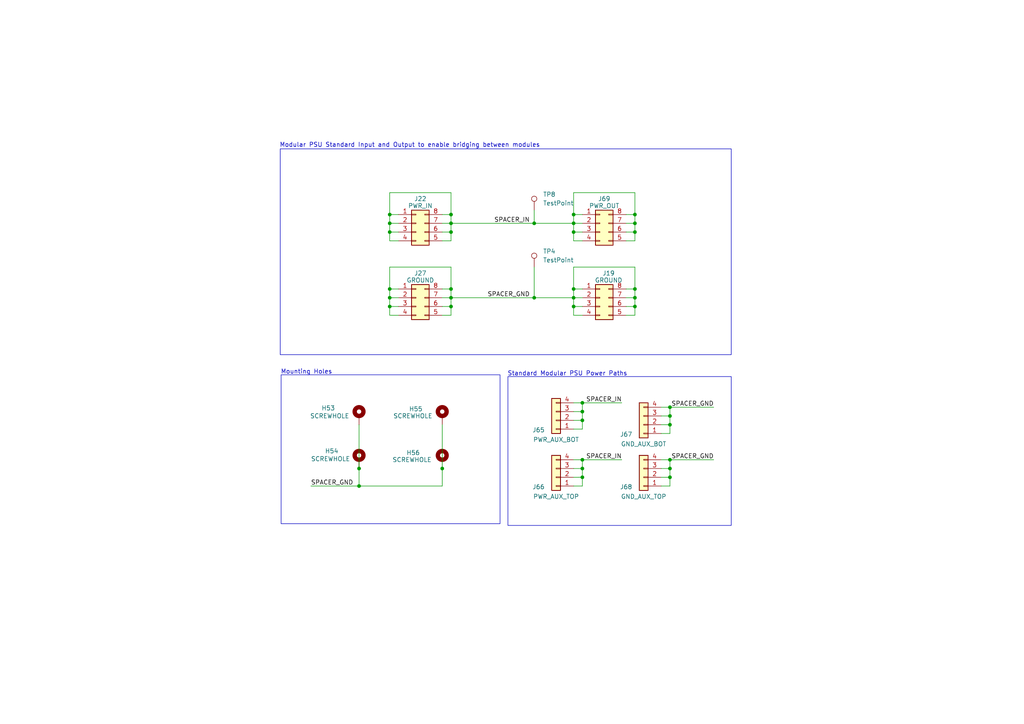
<source format=kicad_sch>
(kicad_sch
	(version 20250114)
	(generator "eeschema")
	(generator_version "9.0")
	(uuid "04d10786-abb1-42d3-84eb-776b91e15960")
	(paper "A4")
	(title_block
		(title "Modular PSU")
		(company "DanWave Design")
		(comment 1 "Design By: Daniel Manla")
		(comment 2 "Open Hardware")
	)
	(lib_symbols
		(symbol "Connector:TestPoint"
			(pin_numbers
				(hide yes)
			)
			(pin_names
				(offset 0.762)
				(hide yes)
			)
			(exclude_from_sim no)
			(in_bom yes)
			(on_board yes)
			(property "Reference" "TP"
				(at 0 6.858 0)
				(effects
					(font
						(size 1.27 1.27)
					)
				)
			)
			(property "Value" "TestPoint"
				(at 0 5.08 0)
				(effects
					(font
						(size 1.27 1.27)
					)
				)
			)
			(property "Footprint" ""
				(at 5.08 0 0)
				(effects
					(font
						(size 1.27 1.27)
					)
					(hide yes)
				)
			)
			(property "Datasheet" "~"
				(at 5.08 0 0)
				(effects
					(font
						(size 1.27 1.27)
					)
					(hide yes)
				)
			)
			(property "Description" "test point"
				(at 0 0 0)
				(effects
					(font
						(size 1.27 1.27)
					)
					(hide yes)
				)
			)
			(property "ki_keywords" "test point tp"
				(at 0 0 0)
				(effects
					(font
						(size 1.27 1.27)
					)
					(hide yes)
				)
			)
			(property "ki_fp_filters" "Pin* Test*"
				(at 0 0 0)
				(effects
					(font
						(size 1.27 1.27)
					)
					(hide yes)
				)
			)
			(symbol "TestPoint_0_1"
				(circle
					(center 0 3.302)
					(radius 0.762)
					(stroke
						(width 0)
						(type default)
					)
					(fill
						(type none)
					)
				)
			)
			(symbol "TestPoint_1_1"
				(pin passive line
					(at 0 0 90)
					(length 2.54)
					(name "1"
						(effects
							(font
								(size 1.27 1.27)
							)
						)
					)
					(number "1"
						(effects
							(font
								(size 1.27 1.27)
							)
						)
					)
				)
			)
			(embedded_fonts no)
		)
		(symbol "Connector_Generic:Conn_01x04"
			(pin_names
				(offset 1.016)
				(hide yes)
			)
			(exclude_from_sim no)
			(in_bom yes)
			(on_board yes)
			(property "Reference" "J"
				(at 0 5.08 0)
				(effects
					(font
						(size 1.27 1.27)
					)
				)
			)
			(property "Value" "Conn_01x04"
				(at 0 -7.62 0)
				(effects
					(font
						(size 1.27 1.27)
					)
				)
			)
			(property "Footprint" ""
				(at 0 0 0)
				(effects
					(font
						(size 1.27 1.27)
					)
					(hide yes)
				)
			)
			(property "Datasheet" "~"
				(at 0 0 0)
				(effects
					(font
						(size 1.27 1.27)
					)
					(hide yes)
				)
			)
			(property "Description" "Generic connector, single row, 01x04, script generated (kicad-library-utils/schlib/autogen/connector/)"
				(at 0 0 0)
				(effects
					(font
						(size 1.27 1.27)
					)
					(hide yes)
				)
			)
			(property "ki_keywords" "connector"
				(at 0 0 0)
				(effects
					(font
						(size 1.27 1.27)
					)
					(hide yes)
				)
			)
			(property "ki_fp_filters" "Connector*:*_1x??_*"
				(at 0 0 0)
				(effects
					(font
						(size 1.27 1.27)
					)
					(hide yes)
				)
			)
			(symbol "Conn_01x04_1_1"
				(rectangle
					(start -1.27 3.81)
					(end 1.27 -6.35)
					(stroke
						(width 0.254)
						(type default)
					)
					(fill
						(type background)
					)
				)
				(rectangle
					(start -1.27 2.667)
					(end 0 2.413)
					(stroke
						(width 0.1524)
						(type default)
					)
					(fill
						(type none)
					)
				)
				(rectangle
					(start -1.27 0.127)
					(end 0 -0.127)
					(stroke
						(width 0.1524)
						(type default)
					)
					(fill
						(type none)
					)
				)
				(rectangle
					(start -1.27 -2.413)
					(end 0 -2.667)
					(stroke
						(width 0.1524)
						(type default)
					)
					(fill
						(type none)
					)
				)
				(rectangle
					(start -1.27 -4.953)
					(end 0 -5.207)
					(stroke
						(width 0.1524)
						(type default)
					)
					(fill
						(type none)
					)
				)
				(pin passive line
					(at -5.08 2.54 0)
					(length 3.81)
					(name "Pin_1"
						(effects
							(font
								(size 1.27 1.27)
							)
						)
					)
					(number "1"
						(effects
							(font
								(size 1.27 1.27)
							)
						)
					)
				)
				(pin passive line
					(at -5.08 0 0)
					(length 3.81)
					(name "Pin_2"
						(effects
							(font
								(size 1.27 1.27)
							)
						)
					)
					(number "2"
						(effects
							(font
								(size 1.27 1.27)
							)
						)
					)
				)
				(pin passive line
					(at -5.08 -2.54 0)
					(length 3.81)
					(name "Pin_3"
						(effects
							(font
								(size 1.27 1.27)
							)
						)
					)
					(number "3"
						(effects
							(font
								(size 1.27 1.27)
							)
						)
					)
				)
				(pin passive line
					(at -5.08 -5.08 0)
					(length 3.81)
					(name "Pin_4"
						(effects
							(font
								(size 1.27 1.27)
							)
						)
					)
					(number "4"
						(effects
							(font
								(size 1.27 1.27)
							)
						)
					)
				)
			)
			(embedded_fonts no)
		)
		(symbol "Connector_Generic:Conn_02x04_Counter_Clockwise"
			(pin_names
				(offset 1.016)
				(hide yes)
			)
			(exclude_from_sim no)
			(in_bom yes)
			(on_board yes)
			(property "Reference" "J"
				(at 1.27 5.08 0)
				(effects
					(font
						(size 1.27 1.27)
					)
				)
			)
			(property "Value" "Conn_02x04_Counter_Clockwise"
				(at 1.27 -7.62 0)
				(effects
					(font
						(size 1.27 1.27)
					)
				)
			)
			(property "Footprint" ""
				(at 0 0 0)
				(effects
					(font
						(size 1.27 1.27)
					)
					(hide yes)
				)
			)
			(property "Datasheet" "~"
				(at 0 0 0)
				(effects
					(font
						(size 1.27 1.27)
					)
					(hide yes)
				)
			)
			(property "Description" "Generic connector, double row, 02x04, counter clockwise pin numbering scheme (similar to DIP package numbering), script generated (kicad-library-utils/schlib/autogen/connector/)"
				(at 0 0 0)
				(effects
					(font
						(size 1.27 1.27)
					)
					(hide yes)
				)
			)
			(property "ki_keywords" "connector"
				(at 0 0 0)
				(effects
					(font
						(size 1.27 1.27)
					)
					(hide yes)
				)
			)
			(property "ki_fp_filters" "Connector*:*_2x??_*"
				(at 0 0 0)
				(effects
					(font
						(size 1.27 1.27)
					)
					(hide yes)
				)
			)
			(symbol "Conn_02x04_Counter_Clockwise_1_1"
				(rectangle
					(start -1.27 3.81)
					(end 3.81 -6.35)
					(stroke
						(width 0.254)
						(type default)
					)
					(fill
						(type background)
					)
				)
				(rectangle
					(start -1.27 2.667)
					(end 0 2.413)
					(stroke
						(width 0.1524)
						(type default)
					)
					(fill
						(type none)
					)
				)
				(rectangle
					(start -1.27 0.127)
					(end 0 -0.127)
					(stroke
						(width 0.1524)
						(type default)
					)
					(fill
						(type none)
					)
				)
				(rectangle
					(start -1.27 -2.413)
					(end 0 -2.667)
					(stroke
						(width 0.1524)
						(type default)
					)
					(fill
						(type none)
					)
				)
				(rectangle
					(start -1.27 -4.953)
					(end 0 -5.207)
					(stroke
						(width 0.1524)
						(type default)
					)
					(fill
						(type none)
					)
				)
				(rectangle
					(start 3.81 2.667)
					(end 2.54 2.413)
					(stroke
						(width 0.1524)
						(type default)
					)
					(fill
						(type none)
					)
				)
				(rectangle
					(start 3.81 0.127)
					(end 2.54 -0.127)
					(stroke
						(width 0.1524)
						(type default)
					)
					(fill
						(type none)
					)
				)
				(rectangle
					(start 3.81 -2.413)
					(end 2.54 -2.667)
					(stroke
						(width 0.1524)
						(type default)
					)
					(fill
						(type none)
					)
				)
				(rectangle
					(start 3.81 -4.953)
					(end 2.54 -5.207)
					(stroke
						(width 0.1524)
						(type default)
					)
					(fill
						(type none)
					)
				)
				(pin passive line
					(at -5.08 2.54 0)
					(length 3.81)
					(name "Pin_1"
						(effects
							(font
								(size 1.27 1.27)
							)
						)
					)
					(number "1"
						(effects
							(font
								(size 1.27 1.27)
							)
						)
					)
				)
				(pin passive line
					(at -5.08 0 0)
					(length 3.81)
					(name "Pin_2"
						(effects
							(font
								(size 1.27 1.27)
							)
						)
					)
					(number "2"
						(effects
							(font
								(size 1.27 1.27)
							)
						)
					)
				)
				(pin passive line
					(at -5.08 -2.54 0)
					(length 3.81)
					(name "Pin_3"
						(effects
							(font
								(size 1.27 1.27)
							)
						)
					)
					(number "3"
						(effects
							(font
								(size 1.27 1.27)
							)
						)
					)
				)
				(pin passive line
					(at -5.08 -5.08 0)
					(length 3.81)
					(name "Pin_4"
						(effects
							(font
								(size 1.27 1.27)
							)
						)
					)
					(number "4"
						(effects
							(font
								(size 1.27 1.27)
							)
						)
					)
				)
				(pin passive line
					(at 7.62 2.54 180)
					(length 3.81)
					(name "Pin_8"
						(effects
							(font
								(size 1.27 1.27)
							)
						)
					)
					(number "8"
						(effects
							(font
								(size 1.27 1.27)
							)
						)
					)
				)
				(pin passive line
					(at 7.62 0 180)
					(length 3.81)
					(name "Pin_7"
						(effects
							(font
								(size 1.27 1.27)
							)
						)
					)
					(number "7"
						(effects
							(font
								(size 1.27 1.27)
							)
						)
					)
				)
				(pin passive line
					(at 7.62 -2.54 180)
					(length 3.81)
					(name "Pin_6"
						(effects
							(font
								(size 1.27 1.27)
							)
						)
					)
					(number "6"
						(effects
							(font
								(size 1.27 1.27)
							)
						)
					)
				)
				(pin passive line
					(at 7.62 -5.08 180)
					(length 3.81)
					(name "Pin_5"
						(effects
							(font
								(size 1.27 1.27)
							)
						)
					)
					(number "5"
						(effects
							(font
								(size 1.27 1.27)
							)
						)
					)
				)
			)
			(embedded_fonts no)
		)
		(symbol "Mechanical:MountingHole_Pad"
			(pin_numbers
				(hide yes)
			)
			(pin_names
				(offset 1.016)
				(hide yes)
			)
			(exclude_from_sim yes)
			(in_bom no)
			(on_board yes)
			(property "Reference" "H"
				(at 0 6.35 0)
				(effects
					(font
						(size 1.27 1.27)
					)
				)
			)
			(property "Value" "MountingHole_Pad"
				(at 0 4.445 0)
				(effects
					(font
						(size 1.27 1.27)
					)
				)
			)
			(property "Footprint" ""
				(at 0 0 0)
				(effects
					(font
						(size 1.27 1.27)
					)
					(hide yes)
				)
			)
			(property "Datasheet" "~"
				(at 0 0 0)
				(effects
					(font
						(size 1.27 1.27)
					)
					(hide yes)
				)
			)
			(property "Description" "Mounting Hole with connection"
				(at 0 0 0)
				(effects
					(font
						(size 1.27 1.27)
					)
					(hide yes)
				)
			)
			(property "ki_keywords" "mounting hole"
				(at 0 0 0)
				(effects
					(font
						(size 1.27 1.27)
					)
					(hide yes)
				)
			)
			(property "ki_fp_filters" "MountingHole*Pad*"
				(at 0 0 0)
				(effects
					(font
						(size 1.27 1.27)
					)
					(hide yes)
				)
			)
			(symbol "MountingHole_Pad_0_1"
				(circle
					(center 0 1.27)
					(radius 1.27)
					(stroke
						(width 1.27)
						(type default)
					)
					(fill
						(type none)
					)
				)
			)
			(symbol "MountingHole_Pad_1_1"
				(pin input line
					(at 0 -2.54 90)
					(length 2.54)
					(name "1"
						(effects
							(font
								(size 1.27 1.27)
							)
						)
					)
					(number "1"
						(effects
							(font
								(size 1.27 1.27)
							)
						)
					)
				)
			)
			(embedded_fonts no)
		)
	)
	(rectangle
		(start 147.32 109.22)
		(end 212.09 152.4)
		(stroke
			(width 0)
			(type default)
		)
		(fill
			(type none)
		)
		(uuid 42a94169-9085-41f1-a2c6-e0b8f44741ee)
	)
	(rectangle
		(start 81.534 108.712)
		(end 145.034 151.892)
		(stroke
			(width 0)
			(type default)
		)
		(fill
			(type none)
		)
		(uuid 7d08b6c5-f274-45b8-9eba-602a30efac8e)
	)
	(rectangle
		(start 81.28 43.18)
		(end 212.09 102.87)
		(stroke
			(width 0)
			(type default)
		)
		(fill
			(type none)
		)
		(uuid b358a899-da0a-4b06-a168-cb92a086a003)
	)
	(text "Mounting Holes"
		(exclude_from_sim no)
		(at 88.9 107.95 0)
		(effects
			(font
				(size 1.27 1.27)
			)
		)
		(uuid "4abf35dd-c48a-452d-a08b-3dc23f89202f")
	)
	(text "Modular PSU Standard Input and Output to enable bridging between modules"
		(exclude_from_sim no)
		(at 118.872 42.164 0)
		(effects
			(font
				(size 1.27 1.27)
			)
		)
		(uuid "c0bc8d6f-25f4-44c3-9f63-2d5d40b68383")
	)
	(text "Standard Modular PSU Power Paths"
		(exclude_from_sim no)
		(at 164.592 108.458 0)
		(effects
			(font
				(size 1.27 1.27)
			)
		)
		(uuid "ea230bab-15a2-47c7-a110-670bbe877520")
	)
	(junction
		(at 130.81 62.23)
		(diameter 0)
		(color 0 0 0 0)
		(uuid "001ff4bb-d5be-42bf-b0c7-aed8f5edcd79")
	)
	(junction
		(at 184.15 88.9)
		(diameter 0)
		(color 0 0 0 0)
		(uuid "07d58046-b3b5-410e-b027-57eee0ccc4a0")
	)
	(junction
		(at 184.15 67.31)
		(diameter 0)
		(color 0 0 0 0)
		(uuid "0e4aee50-3885-4cb9-b296-56a0451eb91a")
	)
	(junction
		(at 166.37 64.77)
		(diameter 0)
		(color 0 0 0 0)
		(uuid "11d46b1f-4f1e-4986-818d-56642fb4cc6a")
	)
	(junction
		(at 194.31 123.19)
		(diameter 0)
		(color 0 0 0 0)
		(uuid "15eb2918-6c6e-44eb-86f7-7727148ab89e")
	)
	(junction
		(at 113.03 86.36)
		(diameter 0)
		(color 0 0 0 0)
		(uuid "17eb6cf3-e427-4594-bfcd-03fa63b48607")
	)
	(junction
		(at 166.37 88.9)
		(diameter 0)
		(color 0 0 0 0)
		(uuid "183f46f0-102c-43fe-bd95-f793d7b1d6bb")
	)
	(junction
		(at 168.91 119.38)
		(diameter 0)
		(color 0 0 0 0)
		(uuid "1cd236f7-01f5-40ea-b36a-10feda9164e4")
	)
	(junction
		(at 104.14 140.97)
		(diameter 0)
		(color 0 0 0 0)
		(uuid "24e3399c-db77-4747-bab9-6ca8b432e02d")
	)
	(junction
		(at 168.91 116.84)
		(diameter 0)
		(color 0 0 0 0)
		(uuid "2a8b25d8-c4fc-4a10-8646-665469abeb0b")
	)
	(junction
		(at 194.31 133.35)
		(diameter 0)
		(color 0 0 0 0)
		(uuid "30489482-84d2-44dd-9570-d5542244b182")
	)
	(junction
		(at 184.15 86.36)
		(diameter 0)
		(color 0 0 0 0)
		(uuid "329c12a4-5e70-4d49-bda2-2c7a3106a523")
	)
	(junction
		(at 184.15 62.23)
		(diameter 0)
		(color 0 0 0 0)
		(uuid "33687e8f-e900-4663-8f90-aae36a37a5f8")
	)
	(junction
		(at 130.81 83.82)
		(diameter 0)
		(color 0 0 0 0)
		(uuid "39185d55-af75-4738-8495-2ff78d0c60f4")
	)
	(junction
		(at 168.91 138.43)
		(diameter 0)
		(color 0 0 0 0)
		(uuid "3e7c1bfe-b2f3-4be3-96c6-d12dc15ab5ec")
	)
	(junction
		(at 113.03 64.77)
		(diameter 0)
		(color 0 0 0 0)
		(uuid "46602ca1-480e-4b1a-adac-8f4a44e806ff")
	)
	(junction
		(at 128.27 135.89)
		(diameter 0)
		(color 0 0 0 0)
		(uuid "4a295f04-d87b-48e7-aca4-1053fb25e512")
	)
	(junction
		(at 168.91 133.35)
		(diameter 0)
		(color 0 0 0 0)
		(uuid "56f38e65-9348-4648-b18d-ef26e8b47b28")
	)
	(junction
		(at 113.03 67.31)
		(diameter 0)
		(color 0 0 0 0)
		(uuid "68cbc92c-387c-48ab-9de3-13e185a006ee")
	)
	(junction
		(at 154.94 64.77)
		(diameter 0)
		(color 0 0 0 0)
		(uuid "6e467e3a-11af-466d-9371-1157d3db2f8a")
	)
	(junction
		(at 113.03 83.82)
		(diameter 0)
		(color 0 0 0 0)
		(uuid "7273e0b9-35e2-4353-939a-5ce11c367cd9")
	)
	(junction
		(at 166.37 83.82)
		(diameter 0)
		(color 0 0 0 0)
		(uuid "7ef0cab7-3f77-4d8c-b2be-b7bd2551574e")
	)
	(junction
		(at 168.91 135.89)
		(diameter 0)
		(color 0 0 0 0)
		(uuid "81fd315f-c414-460b-a051-68e9b55d192a")
	)
	(junction
		(at 113.03 62.23)
		(diameter 0)
		(color 0 0 0 0)
		(uuid "8ab97e75-bf50-4a2e-a918-fb936a07382e")
	)
	(junction
		(at 194.31 135.89)
		(diameter 0)
		(color 0 0 0 0)
		(uuid "9934380c-3c22-4df2-9cc9-2472ad54fb88")
	)
	(junction
		(at 113.03 88.9)
		(diameter 0)
		(color 0 0 0 0)
		(uuid "9cd72fe5-e243-498f-a375-539ac1362262")
	)
	(junction
		(at 184.15 64.77)
		(diameter 0)
		(color 0 0 0 0)
		(uuid "9d8bbd21-0941-4445-bd84-d87af5302750")
	)
	(junction
		(at 194.31 138.43)
		(diameter 0)
		(color 0 0 0 0)
		(uuid "9fe9de49-1513-46c4-b936-60cb4289fe05")
	)
	(junction
		(at 154.94 86.36)
		(diameter 0)
		(color 0 0 0 0)
		(uuid "a27c4b5d-8d92-441f-9f98-a0ad965add16")
	)
	(junction
		(at 194.31 118.11)
		(diameter 0)
		(color 0 0 0 0)
		(uuid "a49bdd09-f038-4dc3-b137-bbe312e6211a")
	)
	(junction
		(at 166.37 86.36)
		(diameter 0)
		(color 0 0 0 0)
		(uuid "a9012e74-3e9d-4e52-a3f8-e38b68ab5cdc")
	)
	(junction
		(at 130.81 88.9)
		(diameter 0)
		(color 0 0 0 0)
		(uuid "b30efd7b-b132-4f4d-8b8c-42aca990d3f7")
	)
	(junction
		(at 130.81 64.77)
		(diameter 0)
		(color 0 0 0 0)
		(uuid "b4f5b630-5ee5-4796-86db-5afecd6a1f5c")
	)
	(junction
		(at 184.15 83.82)
		(diameter 0)
		(color 0 0 0 0)
		(uuid "c3d785a2-f9a4-4d41-97c7-a50314ee128b")
	)
	(junction
		(at 104.14 135.89)
		(diameter 0)
		(color 0 0 0 0)
		(uuid "c883eaec-c332-454f-944e-15bfacbd9270")
	)
	(junction
		(at 166.37 67.31)
		(diameter 0)
		(color 0 0 0 0)
		(uuid "d28e42f5-4aed-48e6-848b-a41ccdc03694")
	)
	(junction
		(at 130.81 67.31)
		(diameter 0)
		(color 0 0 0 0)
		(uuid "d5541f5a-2ed3-428b-8bf2-00b3db72c8f6")
	)
	(junction
		(at 168.91 121.92)
		(diameter 0)
		(color 0 0 0 0)
		(uuid "ec6f2ea3-4a1a-40ce-af3a-34c6e9e7a329")
	)
	(junction
		(at 194.31 120.65)
		(diameter 0)
		(color 0 0 0 0)
		(uuid "efba99e6-4b4e-4f7e-bbc2-d04ebd058d03")
	)
	(junction
		(at 130.81 86.36)
		(diameter 0)
		(color 0 0 0 0)
		(uuid "f8caa617-4f87-48c1-8e54-9df995e21b57")
	)
	(junction
		(at 166.37 62.23)
		(diameter 0)
		(color 0 0 0 0)
		(uuid "f9a5986b-0b01-46fe-8eb8-9eef9899ed11")
	)
	(wire
		(pts
			(xy 194.31 123.19) (xy 194.31 120.65)
		)
		(stroke
			(width 0)
			(type default)
		)
		(uuid "00f8657d-5978-450e-a8e2-0e7ecc6c2e72")
	)
	(wire
		(pts
			(xy 128.27 88.9) (xy 130.81 88.9)
		)
		(stroke
			(width 0)
			(type default)
		)
		(uuid "01629485-0a0b-4981-b2d4-4b3f0a4035cd")
	)
	(wire
		(pts
			(xy 194.31 133.35) (xy 207.01 133.35)
		)
		(stroke
			(width 0)
			(type default)
		)
		(uuid "062dab02-dbc0-41b4-bf31-d6ea703ebd3c")
	)
	(wire
		(pts
			(xy 181.61 86.36) (xy 184.15 86.36)
		)
		(stroke
			(width 0)
			(type default)
		)
		(uuid "068dbaff-5379-46b5-b880-a9c55564c4d5")
	)
	(wire
		(pts
			(xy 194.31 138.43) (xy 194.31 135.89)
		)
		(stroke
			(width 0)
			(type default)
		)
		(uuid "072ee87b-ed7e-4a0c-a5eb-c83c37975a93")
	)
	(wire
		(pts
			(xy 168.91 121.92) (xy 168.91 119.38)
		)
		(stroke
			(width 0)
			(type default)
		)
		(uuid "0984dfcd-cf0f-4920-8eea-7dccaa3f1d95")
	)
	(wire
		(pts
			(xy 128.27 64.77) (xy 130.81 64.77)
		)
		(stroke
			(width 0)
			(type default)
		)
		(uuid "0ba66553-24cf-4a63-8265-fd14ad658e84")
	)
	(wire
		(pts
			(xy 130.81 69.85) (xy 130.81 67.31)
		)
		(stroke
			(width 0)
			(type default)
		)
		(uuid "0e32dffd-2b0b-4c3b-9050-79fec80354f9")
	)
	(wire
		(pts
			(xy 168.91 91.44) (xy 166.37 91.44)
		)
		(stroke
			(width 0)
			(type default)
		)
		(uuid "0fc1a73d-c9d3-4d27-9bfd-ae63b5c20b9c")
	)
	(wire
		(pts
			(xy 181.61 83.82) (xy 184.15 83.82)
		)
		(stroke
			(width 0)
			(type default)
		)
		(uuid "15bced3d-8036-4b6c-9af1-f05c40570d4f")
	)
	(wire
		(pts
			(xy 194.31 135.89) (xy 194.31 133.35)
		)
		(stroke
			(width 0)
			(type default)
		)
		(uuid "15c288b8-2e84-4894-9f37-cecb2cc9c84e")
	)
	(wire
		(pts
			(xy 113.03 86.36) (xy 113.03 83.82)
		)
		(stroke
			(width 0)
			(type default)
		)
		(uuid "163f1e20-a9ac-476e-b6a5-69bf55f78c06")
	)
	(wire
		(pts
			(xy 166.37 83.82) (xy 166.37 77.47)
		)
		(stroke
			(width 0)
			(type default)
		)
		(uuid "16b97620-0dd0-4a48-9d80-f393b4b24fda")
	)
	(wire
		(pts
			(xy 194.31 140.97) (xy 194.31 138.43)
		)
		(stroke
			(width 0)
			(type default)
		)
		(uuid "1cd684c9-82b0-4591-98ba-16508272a213")
	)
	(wire
		(pts
			(xy 181.61 62.23) (xy 184.15 62.23)
		)
		(stroke
			(width 0)
			(type default)
		)
		(uuid "22ae347b-220c-4ad6-80fc-362221f2ff87")
	)
	(wire
		(pts
			(xy 104.14 140.97) (xy 104.14 135.89)
		)
		(stroke
			(width 0)
			(type default)
		)
		(uuid "26ffb81a-14f0-4bed-a9d4-65247da0b5da")
	)
	(wire
		(pts
			(xy 128.27 83.82) (xy 130.81 83.82)
		)
		(stroke
			(width 0)
			(type default)
		)
		(uuid "29bca421-da18-465b-bac3-217b352f0e90")
	)
	(wire
		(pts
			(xy 130.81 55.88) (xy 130.81 62.23)
		)
		(stroke
			(width 0)
			(type default)
		)
		(uuid "2adee177-11a7-4c31-8587-8a53e27c5dff")
	)
	(wire
		(pts
			(xy 184.15 64.77) (xy 184.15 62.23)
		)
		(stroke
			(width 0)
			(type default)
		)
		(uuid "2af03692-379f-4cde-8078-b8f951d5d05d")
	)
	(wire
		(pts
			(xy 154.94 77.47) (xy 154.94 86.36)
		)
		(stroke
			(width 0)
			(type default)
		)
		(uuid "2b5608f1-00bc-4313-9ca0-634aa9fed4d3")
	)
	(wire
		(pts
			(xy 168.91 67.31) (xy 166.37 67.31)
		)
		(stroke
			(width 0)
			(type default)
		)
		(uuid "2d056fa4-a12c-475c-839c-bd66cac30079")
	)
	(wire
		(pts
			(xy 115.57 91.44) (xy 113.03 91.44)
		)
		(stroke
			(width 0)
			(type default)
		)
		(uuid "2d35c23f-0724-4e28-8c4f-207001419b41")
	)
	(wire
		(pts
			(xy 128.27 140.97) (xy 128.27 135.89)
		)
		(stroke
			(width 0)
			(type default)
		)
		(uuid "32f4f41a-9c12-4eba-90b0-7c25db3f423f")
	)
	(wire
		(pts
			(xy 168.91 116.84) (xy 180.34 116.84)
		)
		(stroke
			(width 0)
			(type default)
		)
		(uuid "333f0327-d4bd-4dc8-822f-42040e88e309")
	)
	(wire
		(pts
			(xy 191.77 120.65) (xy 194.31 120.65)
		)
		(stroke
			(width 0)
			(type default)
		)
		(uuid "341f364b-a065-4818-8a19-b6d7f9802882")
	)
	(wire
		(pts
			(xy 194.31 120.65) (xy 194.31 118.11)
		)
		(stroke
			(width 0)
			(type default)
		)
		(uuid "344734f1-a7ce-4a28-8fb3-ffac6dfddb44")
	)
	(wire
		(pts
			(xy 154.94 86.36) (xy 166.37 86.36)
		)
		(stroke
			(width 0)
			(type default)
		)
		(uuid "39036a92-9842-43e0-9bd9-303264bd191a")
	)
	(wire
		(pts
			(xy 166.37 124.46) (xy 168.91 124.46)
		)
		(stroke
			(width 0)
			(type default)
		)
		(uuid "3a21006b-e8b0-4283-af42-5d266708da0e")
	)
	(wire
		(pts
			(xy 168.91 138.43) (xy 168.91 135.89)
		)
		(stroke
			(width 0)
			(type default)
		)
		(uuid "3bbbe893-1f49-4113-9b26-7d861abda2c8")
	)
	(wire
		(pts
			(xy 166.37 67.31) (xy 166.37 64.77)
		)
		(stroke
			(width 0)
			(type default)
		)
		(uuid "3e42669a-05f8-4e76-bf9f-36d831d4274c")
	)
	(wire
		(pts
			(xy 168.91 86.36) (xy 166.37 86.36)
		)
		(stroke
			(width 0)
			(type default)
		)
		(uuid "3e80f8aa-55b6-469c-b544-9e45e8bd8752")
	)
	(wire
		(pts
			(xy 181.61 88.9) (xy 184.15 88.9)
		)
		(stroke
			(width 0)
			(type default)
		)
		(uuid "3fbc18dc-d374-46f7-b1cf-55a2e453336a")
	)
	(wire
		(pts
			(xy 166.37 62.23) (xy 168.91 62.23)
		)
		(stroke
			(width 0)
			(type default)
		)
		(uuid "40aa8242-84a0-4fdc-8668-cec1c71b7b7e")
	)
	(wire
		(pts
			(xy 128.27 91.44) (xy 130.81 91.44)
		)
		(stroke
			(width 0)
			(type default)
		)
		(uuid "48274468-d578-46ea-b667-76d492235ce1")
	)
	(wire
		(pts
			(xy 166.37 116.84) (xy 168.91 116.84)
		)
		(stroke
			(width 0)
			(type default)
		)
		(uuid "4919d0f7-27c2-4346-857e-b70a31fb917e")
	)
	(wire
		(pts
			(xy 184.15 88.9) (xy 184.15 86.36)
		)
		(stroke
			(width 0)
			(type default)
		)
		(uuid "53961060-998d-4f16-8ec1-d349b56cadd5")
	)
	(wire
		(pts
			(xy 181.61 67.31) (xy 184.15 67.31)
		)
		(stroke
			(width 0)
			(type default)
		)
		(uuid "5b1a7980-ba22-4d26-b57e-e6d5c6ff1f4f")
	)
	(wire
		(pts
			(xy 168.91 88.9) (xy 166.37 88.9)
		)
		(stroke
			(width 0)
			(type default)
		)
		(uuid "5efe54e3-b32f-4176-a6e7-171e0aeed84d")
	)
	(wire
		(pts
			(xy 184.15 55.88) (xy 184.15 62.23)
		)
		(stroke
			(width 0)
			(type default)
		)
		(uuid "5f9f93c6-3525-4cee-94e0-ac9c34078b4b")
	)
	(wire
		(pts
			(xy 168.91 64.77) (xy 166.37 64.77)
		)
		(stroke
			(width 0)
			(type default)
		)
		(uuid "60885157-d7f7-4b1d-87dd-40630d7c48de")
	)
	(wire
		(pts
			(xy 128.27 135.89) (xy 128.27 123.19)
		)
		(stroke
			(width 0)
			(type default)
		)
		(uuid "64760022-97aa-4545-9411-a2e12475c1a6")
	)
	(wire
		(pts
			(xy 130.81 67.31) (xy 130.81 64.77)
		)
		(stroke
			(width 0)
			(type default)
		)
		(uuid "66995009-a9fa-4062-a879-870b26b64a71")
	)
	(wire
		(pts
			(xy 128.27 69.85) (xy 130.81 69.85)
		)
		(stroke
			(width 0)
			(type default)
		)
		(uuid "68e6d646-f1c9-4ac0-918c-86b86085bc5b")
	)
	(wire
		(pts
			(xy 113.03 62.23) (xy 113.03 55.88)
		)
		(stroke
			(width 0)
			(type default)
		)
		(uuid "6adab8a6-6560-4281-a3fa-b9aaa56b36ea")
	)
	(wire
		(pts
			(xy 191.77 138.43) (xy 194.31 138.43)
		)
		(stroke
			(width 0)
			(type default)
		)
		(uuid "6dd82049-def6-47f4-9aa4-65858edfdf64")
	)
	(wire
		(pts
			(xy 184.15 67.31) (xy 184.15 64.77)
		)
		(stroke
			(width 0)
			(type default)
		)
		(uuid "6e91d2e3-90d2-44a6-82b7-84340fb44e4a")
	)
	(wire
		(pts
			(xy 104.14 140.97) (xy 128.27 140.97)
		)
		(stroke
			(width 0)
			(type default)
		)
		(uuid "703b2ba7-6a93-45c7-9f99-be6bbf9c3625")
	)
	(wire
		(pts
			(xy 166.37 135.89) (xy 168.91 135.89)
		)
		(stroke
			(width 0)
			(type default)
		)
		(uuid "7610b4e5-a2ab-4bf8-998f-f0594fc4ab91")
	)
	(wire
		(pts
			(xy 166.37 69.85) (xy 166.37 67.31)
		)
		(stroke
			(width 0)
			(type default)
		)
		(uuid "76ffb7d8-b733-4c21-804e-66263f5f118c")
	)
	(wire
		(pts
			(xy 115.57 86.36) (xy 113.03 86.36)
		)
		(stroke
			(width 0)
			(type default)
		)
		(uuid "77303fca-26e3-44fb-a198-3510d8dff347")
	)
	(wire
		(pts
			(xy 130.81 64.77) (xy 130.81 62.23)
		)
		(stroke
			(width 0)
			(type default)
		)
		(uuid "7909db1d-042a-48e6-9e9f-8a2147654c8e")
	)
	(wire
		(pts
			(xy 113.03 62.23) (xy 115.57 62.23)
		)
		(stroke
			(width 0)
			(type default)
		)
		(uuid "7986238e-0da1-4cef-8f30-aa2393658253")
	)
	(wire
		(pts
			(xy 115.57 64.77) (xy 113.03 64.77)
		)
		(stroke
			(width 0)
			(type default)
		)
		(uuid "7b02961f-b657-443b-ba76-b8eb40ec02f6")
	)
	(wire
		(pts
			(xy 194.31 118.11) (xy 207.01 118.11)
		)
		(stroke
			(width 0)
			(type default)
		)
		(uuid "7b18e16b-e99a-483e-877f-b2dfd4b7f173")
	)
	(wire
		(pts
			(xy 104.14 135.89) (xy 104.14 123.19)
		)
		(stroke
			(width 0)
			(type default)
		)
		(uuid "7f9edc07-4a4d-488f-9765-7e200bb32f6c")
	)
	(wire
		(pts
			(xy 113.03 77.47) (xy 130.81 77.47)
		)
		(stroke
			(width 0)
			(type default)
		)
		(uuid "810e205e-11a2-48f4-99fa-bdf01283f609")
	)
	(wire
		(pts
			(xy 181.61 91.44) (xy 184.15 91.44)
		)
		(stroke
			(width 0)
			(type default)
		)
		(uuid "817baebc-b426-49b3-8cb0-ad7fe7581e21")
	)
	(wire
		(pts
			(xy 113.03 64.77) (xy 113.03 62.23)
		)
		(stroke
			(width 0)
			(type default)
		)
		(uuid "86714f2b-2b41-4950-8689-71df8bc4b700")
	)
	(wire
		(pts
			(xy 130.81 64.77) (xy 154.94 64.77)
		)
		(stroke
			(width 0)
			(type default)
		)
		(uuid "86f80855-b4be-4b3d-b7ee-54c2c928322d")
	)
	(wire
		(pts
			(xy 113.03 55.88) (xy 130.81 55.88)
		)
		(stroke
			(width 0)
			(type default)
		)
		(uuid "872b0d26-2b68-42d0-a486-a3ff196ef5a6")
	)
	(wire
		(pts
			(xy 154.94 64.77) (xy 166.37 64.77)
		)
		(stroke
			(width 0)
			(type default)
		)
		(uuid "89165d5e-8126-4d98-9150-1968d623f56b")
	)
	(wire
		(pts
			(xy 181.61 69.85) (xy 184.15 69.85)
		)
		(stroke
			(width 0)
			(type default)
		)
		(uuid "8b9c9094-5758-48be-85cd-45a503940631")
	)
	(wire
		(pts
			(xy 166.37 62.23) (xy 166.37 55.88)
		)
		(stroke
			(width 0)
			(type default)
		)
		(uuid "8d5c473f-7b3a-460a-9907-522bbdce335a")
	)
	(wire
		(pts
			(xy 113.03 88.9) (xy 113.03 86.36)
		)
		(stroke
			(width 0)
			(type default)
		)
		(uuid "8d71e713-d760-4ba0-b978-b99aadaa05ae")
	)
	(wire
		(pts
			(xy 194.31 125.73) (xy 194.31 123.19)
		)
		(stroke
			(width 0)
			(type default)
		)
		(uuid "8f81fc0a-71ed-4a20-a539-235d6c70212c")
	)
	(wire
		(pts
			(xy 166.37 77.47) (xy 184.15 77.47)
		)
		(stroke
			(width 0)
			(type default)
		)
		(uuid "904e1e3c-1718-4343-bf00-e1dbd8bc7c85")
	)
	(wire
		(pts
			(xy 113.03 83.82) (xy 115.57 83.82)
		)
		(stroke
			(width 0)
			(type default)
		)
		(uuid "90565f94-457e-47fc-8fab-46564e130fd1")
	)
	(wire
		(pts
			(xy 168.91 140.97) (xy 168.91 138.43)
		)
		(stroke
			(width 0)
			(type default)
		)
		(uuid "927e4ae1-b172-4e94-8c66-4ba0f9750568")
	)
	(wire
		(pts
			(xy 166.37 119.38) (xy 168.91 119.38)
		)
		(stroke
			(width 0)
			(type default)
		)
		(uuid "9a95b177-e702-44f8-aaf0-242859be5355")
	)
	(wire
		(pts
			(xy 115.57 67.31) (xy 113.03 67.31)
		)
		(stroke
			(width 0)
			(type default)
		)
		(uuid "a32d8cd3-5a42-4008-8ef9-64a4c478cc94")
	)
	(wire
		(pts
			(xy 154.94 60.96) (xy 154.94 64.77)
		)
		(stroke
			(width 0)
			(type default)
		)
		(uuid "a44e4d22-d96f-42f6-a648-299391a6c21a")
	)
	(wire
		(pts
			(xy 115.57 88.9) (xy 113.03 88.9)
		)
		(stroke
			(width 0)
			(type default)
		)
		(uuid "a6bdfede-d9e6-4318-8372-95a7c51e0da0")
	)
	(wire
		(pts
			(xy 191.77 125.73) (xy 194.31 125.73)
		)
		(stroke
			(width 0)
			(type default)
		)
		(uuid "a93a5716-b38f-41fe-b772-aea23360102f")
	)
	(wire
		(pts
			(xy 166.37 55.88) (xy 184.15 55.88)
		)
		(stroke
			(width 0)
			(type default)
		)
		(uuid "ab187757-c9d8-4c5b-9f8f-e1faf05ea307")
	)
	(wire
		(pts
			(xy 90.17 140.97) (xy 104.14 140.97)
		)
		(stroke
			(width 0)
			(type default)
		)
		(uuid "ad1ab6f3-3a25-4b82-983e-f8d0aa143ab1")
	)
	(wire
		(pts
			(xy 128.27 67.31) (xy 130.81 67.31)
		)
		(stroke
			(width 0)
			(type default)
		)
		(uuid "ae2a4e42-e6e7-491e-917d-3c9cd98448c1")
	)
	(wire
		(pts
			(xy 168.91 69.85) (xy 166.37 69.85)
		)
		(stroke
			(width 0)
			(type default)
		)
		(uuid "b1f27b9f-23af-40d7-88fb-a7a432afef8b")
	)
	(wire
		(pts
			(xy 166.37 83.82) (xy 168.91 83.82)
		)
		(stroke
			(width 0)
			(type default)
		)
		(uuid "b81f5081-183f-4e9a-916c-276353c17147")
	)
	(wire
		(pts
			(xy 166.37 91.44) (xy 166.37 88.9)
		)
		(stroke
			(width 0)
			(type default)
		)
		(uuid "c258e805-5cf4-42d0-8bd5-1e9ea248d904")
	)
	(wire
		(pts
			(xy 166.37 64.77) (xy 166.37 62.23)
		)
		(stroke
			(width 0)
			(type default)
		)
		(uuid "c68ed67e-71fd-462e-bf8e-133a56cbe1f2")
	)
	(wire
		(pts
			(xy 128.27 62.23) (xy 130.81 62.23)
		)
		(stroke
			(width 0)
			(type default)
		)
		(uuid "c698e94d-6f85-4fa5-801d-1d88f06f7ae6")
	)
	(wire
		(pts
			(xy 191.77 133.35) (xy 194.31 133.35)
		)
		(stroke
			(width 0)
			(type default)
		)
		(uuid "ccacff4a-ebd4-448c-a3fc-40bae0b9acd5")
	)
	(wire
		(pts
			(xy 191.77 135.89) (xy 194.31 135.89)
		)
		(stroke
			(width 0)
			(type default)
		)
		(uuid "d2afa8a4-4ef2-47f7-aea3-8ca1d4486dbf")
	)
	(wire
		(pts
			(xy 130.81 86.36) (xy 130.81 83.82)
		)
		(stroke
			(width 0)
			(type default)
		)
		(uuid "d67bcd62-0494-4f6d-a8ef-c8bac8dabebe")
	)
	(wire
		(pts
			(xy 168.91 124.46) (xy 168.91 121.92)
		)
		(stroke
			(width 0)
			(type default)
		)
		(uuid "d85ef238-8036-49de-a2af-a311bf56b590")
	)
	(wire
		(pts
			(xy 166.37 133.35) (xy 168.91 133.35)
		)
		(stroke
			(width 0)
			(type default)
		)
		(uuid "d8919ea8-6db7-4a76-bd38-cbadbb6181c7")
	)
	(wire
		(pts
			(xy 168.91 119.38) (xy 168.91 116.84)
		)
		(stroke
			(width 0)
			(type default)
		)
		(uuid "da7dc1a1-7b8a-49ab-909c-ce21e4baf564")
	)
	(wire
		(pts
			(xy 191.77 140.97) (xy 194.31 140.97)
		)
		(stroke
			(width 0)
			(type default)
		)
		(uuid "db5c5018-40b5-4f5a-8664-3a2602167cd3")
	)
	(wire
		(pts
			(xy 184.15 91.44) (xy 184.15 88.9)
		)
		(stroke
			(width 0)
			(type default)
		)
		(uuid "db6b1f48-48a9-4eb7-a2aa-93bcbb3baf8d")
	)
	(wire
		(pts
			(xy 191.77 123.19) (xy 194.31 123.19)
		)
		(stroke
			(width 0)
			(type default)
		)
		(uuid "dc8fc6aa-1c47-4a54-a506-c17eb58afce4")
	)
	(wire
		(pts
			(xy 184.15 77.47) (xy 184.15 83.82)
		)
		(stroke
			(width 0)
			(type default)
		)
		(uuid "dcc07740-de6d-4e76-b749-7a8eac5466e9")
	)
	(wire
		(pts
			(xy 184.15 69.85) (xy 184.15 67.31)
		)
		(stroke
			(width 0)
			(type default)
		)
		(uuid "dd6c805e-0f0e-41e7-ab38-b7309cc8e385")
	)
	(wire
		(pts
			(xy 184.15 86.36) (xy 184.15 83.82)
		)
		(stroke
			(width 0)
			(type default)
		)
		(uuid "dec4cb55-318f-49cc-afa9-765a716499fa")
	)
	(wire
		(pts
			(xy 166.37 140.97) (xy 168.91 140.97)
		)
		(stroke
			(width 0)
			(type default)
		)
		(uuid "df3c3382-bea3-4e36-a0b7-e29e61ae3da2")
	)
	(wire
		(pts
			(xy 130.81 91.44) (xy 130.81 88.9)
		)
		(stroke
			(width 0)
			(type default)
		)
		(uuid "e0a13495-e129-4e9e-a8f5-088ea40045b8")
	)
	(wire
		(pts
			(xy 191.77 118.11) (xy 194.31 118.11)
		)
		(stroke
			(width 0)
			(type default)
		)
		(uuid "e1820133-1152-4d0a-80ed-460ad919f9f3")
	)
	(wire
		(pts
			(xy 113.03 83.82) (xy 113.03 77.47)
		)
		(stroke
			(width 0)
			(type default)
		)
		(uuid "e4cecfac-bbf6-40f5-8a74-a40503c34cf8")
	)
	(wire
		(pts
			(xy 113.03 67.31) (xy 113.03 64.77)
		)
		(stroke
			(width 0)
			(type default)
		)
		(uuid "e728ab0a-048d-4592-9eb0-1d16fde537d5")
	)
	(wire
		(pts
			(xy 128.27 86.36) (xy 130.81 86.36)
		)
		(stroke
			(width 0)
			(type default)
		)
		(uuid "e89f3df4-6766-406f-b5a7-966a330b6209")
	)
	(wire
		(pts
			(xy 166.37 83.82) (xy 166.37 86.36)
		)
		(stroke
			(width 0)
			(type default)
		)
		(uuid "e9da403e-bb40-49bd-8a26-aa6772d42d88")
	)
	(wire
		(pts
			(xy 181.61 64.77) (xy 184.15 64.77)
		)
		(stroke
			(width 0)
			(type default)
		)
		(uuid "eba61182-72ad-4e05-ba2d-224fc686dc26")
	)
	(wire
		(pts
			(xy 166.37 138.43) (xy 168.91 138.43)
		)
		(stroke
			(width 0)
			(type default)
		)
		(uuid "ecb68e05-dcd9-4255-a6f4-f74387825217")
	)
	(wire
		(pts
			(xy 166.37 121.92) (xy 168.91 121.92)
		)
		(stroke
			(width 0)
			(type default)
		)
		(uuid "edb9a0e2-d2ff-4274-94b8-768897b3153f")
	)
	(wire
		(pts
			(xy 166.37 88.9) (xy 166.37 86.36)
		)
		(stroke
			(width 0)
			(type default)
		)
		(uuid "f174281e-3b50-4f96-bc62-850c6c8a79d0")
	)
	(wire
		(pts
			(xy 168.91 133.35) (xy 180.34 133.35)
		)
		(stroke
			(width 0)
			(type default)
		)
		(uuid "f2811382-3dac-48af-9a84-00eca0cb3335")
	)
	(wire
		(pts
			(xy 130.81 88.9) (xy 130.81 86.36)
		)
		(stroke
			(width 0)
			(type default)
		)
		(uuid "f3236d58-dfc9-4568-b3ce-4a128cded042")
	)
	(wire
		(pts
			(xy 130.81 77.47) (xy 130.81 83.82)
		)
		(stroke
			(width 0)
			(type default)
		)
		(uuid "f50a5f4b-59e2-4b51-a4a4-d7b5b22db502")
	)
	(wire
		(pts
			(xy 113.03 91.44) (xy 113.03 88.9)
		)
		(stroke
			(width 0)
			(type default)
		)
		(uuid "f527f56a-e753-477b-ab35-fb9310d912d5")
	)
	(wire
		(pts
			(xy 115.57 69.85) (xy 113.03 69.85)
		)
		(stroke
			(width 0)
			(type default)
		)
		(uuid "f7185c56-c13a-4523-8a13-51ed68dcad62")
	)
	(wire
		(pts
			(xy 168.91 135.89) (xy 168.91 133.35)
		)
		(stroke
			(width 0)
			(type default)
		)
		(uuid "f7cb7c8b-6ca0-4977-9563-3e957678cbae")
	)
	(wire
		(pts
			(xy 130.81 86.36) (xy 154.94 86.36)
		)
		(stroke
			(width 0)
			(type default)
		)
		(uuid "fa547b28-9390-4bf9-b976-1ebe1fedd9c8")
	)
	(wire
		(pts
			(xy 113.03 69.85) (xy 113.03 67.31)
		)
		(stroke
			(width 0)
			(type default)
		)
		(uuid "feaec98e-c2b0-4b58-a4c9-946285981154")
	)
	(label "SPACER_GND"
		(at 207.01 118.11 180)
		(effects
			(font
				(size 1.27 1.27)
			)
			(justify right bottom)
		)
		(uuid "00e9abfd-0935-438a-96b3-8013ab346565")
	)
	(label "SPACER_IN"
		(at 153.67 64.77 180)
		(effects
			(font
				(size 1.27 1.27)
			)
			(justify right bottom)
		)
		(uuid "5d412d86-ba40-42a4-9cd5-aa33dbb0bd46")
	)
	(label "SPACER_GND"
		(at 90.17 140.97 0)
		(effects
			(font
				(size 1.27 1.27)
			)
			(justify left bottom)
		)
		(uuid "61e02063-ccd4-43be-ac20-13d2a370fc88")
	)
	(label "SPACER_IN"
		(at 180.34 116.84 180)
		(effects
			(font
				(size 1.27 1.27)
			)
			(justify right bottom)
		)
		(uuid "65696b8a-2d9a-4214-8ad8-d36162fbe328")
	)
	(label "SPACER_GND"
		(at 207.01 133.35 180)
		(effects
			(font
				(size 1.27 1.27)
			)
			(justify right bottom)
		)
		(uuid "dc7288d3-7ea4-4de3-9235-85da09f11a31")
	)
	(label "SPACER_IN"
		(at 180.34 133.35 180)
		(effects
			(font
				(size 1.27 1.27)
			)
			(justify right bottom)
		)
		(uuid "ea76d23f-8b0f-4cf4-817e-5ff7a7e929a8")
	)
	(label "SPACER_GND"
		(at 153.67 86.36 180)
		(effects
			(font
				(size 1.27 1.27)
			)
			(justify right bottom)
		)
		(uuid "fa402af1-2f22-4784-80bc-be9a80da64fc")
	)
	(symbol
		(lib_id "Connector_Generic:Conn_02x04_Counter_Clockwise")
		(at 120.65 86.36 0)
		(unit 1)
		(exclude_from_sim no)
		(in_bom yes)
		(on_board yes)
		(dnp no)
		(uuid "147a65f3-2de0-4934-b1ca-53d9a5677b97")
		(property "Reference" "J27"
			(at 121.92 79.248 0)
			(effects
				(font
					(size 1.27 1.27)
				)
			)
		)
		(property "Value" "GROUND"
			(at 121.92 81.28 0)
			(effects
				(font
					(size 1.27 1.27)
				)
			)
		)
		(property "Footprint" "Connector_PinHeader_2.54mm:PinHeader_2x04_P2.54mm_Horizontal"
			(at 120.65 86.36 0)
			(effects
				(font
					(size 1.27 1.27)
				)
				(hide yes)
			)
		)
		(property "Datasheet" "~"
			(at 120.65 86.36 0)
			(effects
				(font
					(size 1.27 1.27)
				)
				(hide yes)
			)
		)
		(property "Description" "Generic connector, double row, 02x04, counter clockwise pin numbering scheme (similar to DIP package numbering), script generated (kicad-library-utils/schlib/autogen/connector/)"
			(at 120.65 86.36 0)
			(effects
				(font
					(size 1.27 1.27)
				)
				(hide yes)
			)
		)
		(pin "1"
			(uuid "46d53eaf-319e-4789-83ac-0718015e3732")
		)
		(pin "7"
			(uuid "061d0516-040a-44b0-b645-41f2f5a7c7ab")
		)
		(pin "8"
			(uuid "c222b657-e6ca-448e-bbee-298d3b5e7c9f")
		)
		(pin "3"
			(uuid "6aebc09f-4468-41f0-bc7b-ca10aa4f9ce8")
		)
		(pin "4"
			(uuid "28550dd3-e558-4b0f-9d6b-c9df6e601755")
		)
		(pin "5"
			(uuid "aa26d9a9-b9b8-4ef1-9850-ee82f2cf278a")
		)
		(pin "2"
			(uuid "f971fa25-eae2-441c-99b7-bd6f81918b5a")
		)
		(pin "6"
			(uuid "752a362f-6995-42df-925b-d450594f5303")
		)
		(instances
			(project "ModularPSU"
				(path "/4bef1c7d-223e-45cc-b002-ac71b5420af1/8084812e-2ef0-4331-a345-38217d844be2/18caab63-24c7-41c4-8958-b6e4e3e42f2b"
					(reference "J27")
					(unit 1)
				)
			)
		)
	)
	(symbol
		(lib_id "Connector_Generic:Conn_01x04")
		(at 161.29 121.92 180)
		(unit 1)
		(exclude_from_sim no)
		(in_bom yes)
		(on_board yes)
		(dnp no)
		(uuid "1a03b996-02fb-40cc-ba42-7fabf78e030d")
		(property "Reference" "J65"
			(at 156.21 124.714 0)
			(effects
				(font
					(size 1.27 1.27)
				)
			)
		)
		(property "Value" "PWR_AUX_BOT"
			(at 161.29 127.508 0)
			(effects
				(font
					(size 1.27 1.27)
				)
			)
		)
		(property "Footprint" "Connector_PinHeader_2.54mm:PinHeader_1x04_P2.54mm_Vertical"
			(at 161.29 121.92 0)
			(effects
				(font
					(size 1.27 1.27)
				)
				(hide yes)
			)
		)
		(property "Datasheet" "~"
			(at 161.29 121.92 0)
			(effects
				(font
					(size 1.27 1.27)
				)
				(hide yes)
			)
		)
		(property "Description" "Generic connector, single row, 01x04, script generated (kicad-library-utils/schlib/autogen/connector/)"
			(at 161.29 121.92 0)
			(effects
				(font
					(size 1.27 1.27)
				)
				(hide yes)
			)
		)
		(pin "1"
			(uuid "61b68a4f-2401-499c-9adf-4cf9ce2c12ee")
		)
		(pin "3"
			(uuid "a783ca20-2234-4e56-90e6-b4872e2314db")
		)
		(pin "4"
			(uuid "2b02f1fb-1287-41c1-9d27-c9e3ea411fed")
		)
		(pin "2"
			(uuid "3a082cba-082d-49cb-9b2c-7675209da4ca")
		)
		(instances
			(project "ModularPSU"
				(path "/4bef1c7d-223e-45cc-b002-ac71b5420af1/8084812e-2ef0-4331-a345-38217d844be2/18caab63-24c7-41c4-8958-b6e4e3e42f2b"
					(reference "J65")
					(unit 1)
				)
			)
		)
	)
	(symbol
		(lib_id "Mechanical:MountingHole_Pad")
		(at 128.27 133.35 0)
		(unit 1)
		(exclude_from_sim yes)
		(in_bom no)
		(on_board yes)
		(dnp no)
		(uuid "283fc107-040a-4dc9-b5cb-9b2a08d262ab")
		(property "Reference" "H56"
			(at 117.856 131.318 0)
			(effects
				(font
					(size 1.27 1.27)
				)
				(justify left)
			)
		)
		(property "Value" "SCREWHOLE"
			(at 113.792 133.35 0)
			(effects
				(font
					(size 1.27 1.27)
				)
				(justify left)
			)
		)
		(property "Footprint" "MountingHole:MountingHole_2.2mm_M2_DIN965_Pad_TopBottom"
			(at 128.27 133.35 0)
			(effects
				(font
					(size 1.27 1.27)
				)
				(hide yes)
			)
		)
		(property "Datasheet" "~"
			(at 128.27 133.35 0)
			(effects
				(font
					(size 1.27 1.27)
				)
				(hide yes)
			)
		)
		(property "Description" "Mounting Hole with connection"
			(at 128.27 133.35 0)
			(effects
				(font
					(size 1.27 1.27)
				)
				(hide yes)
			)
		)
		(pin "1"
			(uuid "a65d2376-c957-4df2-89e7-7d0abda2252e")
		)
		(instances
			(project "ModularPSU"
				(path "/4bef1c7d-223e-45cc-b002-ac71b5420af1/8084812e-2ef0-4331-a345-38217d844be2/18caab63-24c7-41c4-8958-b6e4e3e42f2b"
					(reference "H56")
					(unit 1)
				)
			)
		)
	)
	(symbol
		(lib_id "Mechanical:MountingHole_Pad")
		(at 104.14 133.35 0)
		(unit 1)
		(exclude_from_sim yes)
		(in_bom no)
		(on_board yes)
		(dnp no)
		(uuid "2d351fee-cc49-4329-a7e9-04944bbe57eb")
		(property "Reference" "H54"
			(at 94.234 130.81 0)
			(effects
				(font
					(size 1.27 1.27)
				)
				(justify left)
			)
		)
		(property "Value" "SCREWHOLE"
			(at 90.17 133.096 0)
			(effects
				(font
					(size 1.27 1.27)
				)
				(justify left)
			)
		)
		(property "Footprint" "MountingHole:MountingHole_2.2mm_M2_DIN965_Pad_TopBottom"
			(at 104.14 133.35 0)
			(effects
				(font
					(size 1.27 1.27)
				)
				(hide yes)
			)
		)
		(property "Datasheet" "~"
			(at 104.14 133.35 0)
			(effects
				(font
					(size 1.27 1.27)
				)
				(hide yes)
			)
		)
		(property "Description" "Mounting Hole with connection"
			(at 104.14 133.35 0)
			(effects
				(font
					(size 1.27 1.27)
				)
				(hide yes)
			)
		)
		(pin "1"
			(uuid "23dc2a1f-ae47-43eb-b977-cc6ef551281e")
		)
		(instances
			(project "ModularPSU"
				(path "/4bef1c7d-223e-45cc-b002-ac71b5420af1/8084812e-2ef0-4331-a345-38217d844be2/18caab63-24c7-41c4-8958-b6e4e3e42f2b"
					(reference "H54")
					(unit 1)
				)
			)
		)
	)
	(symbol
		(lib_id "Mechanical:MountingHole_Pad")
		(at 128.27 120.65 0)
		(unit 1)
		(exclude_from_sim yes)
		(in_bom no)
		(on_board yes)
		(dnp no)
		(uuid "54b48cba-eeb7-4b07-afde-9293abd48401")
		(property "Reference" "H55"
			(at 118.618 118.618 0)
			(effects
				(font
					(size 1.27 1.27)
				)
				(justify left)
			)
		)
		(property "Value" "SCREWHOLE"
			(at 114.046 120.65 0)
			(effects
				(font
					(size 1.27 1.27)
				)
				(justify left)
			)
		)
		(property "Footprint" "MountingHole:MountingHole_2.2mm_M2_DIN965_Pad_TopBottom"
			(at 128.27 120.65 0)
			(effects
				(font
					(size 1.27 1.27)
				)
				(hide yes)
			)
		)
		(property "Datasheet" "~"
			(at 128.27 120.65 0)
			(effects
				(font
					(size 1.27 1.27)
				)
				(hide yes)
			)
		)
		(property "Description" "Mounting Hole with connection"
			(at 128.27 120.65 0)
			(effects
				(font
					(size 1.27 1.27)
				)
				(hide yes)
			)
		)
		(pin "1"
			(uuid "c55ba75f-dd18-445e-936c-cac8babe64fc")
		)
		(instances
			(project "ModularPSU"
				(path "/4bef1c7d-223e-45cc-b002-ac71b5420af1/8084812e-2ef0-4331-a345-38217d844be2/18caab63-24c7-41c4-8958-b6e4e3e42f2b"
					(reference "H55")
					(unit 1)
				)
			)
		)
	)
	(symbol
		(lib_id "Connector_Generic:Conn_02x04_Counter_Clockwise")
		(at 173.99 86.36 0)
		(unit 1)
		(exclude_from_sim no)
		(in_bom yes)
		(on_board yes)
		(dnp no)
		(uuid "5d67bd61-90fe-4b75-b79f-2eb09539bf8d")
		(property "Reference" "J19"
			(at 176.53 79.248 0)
			(effects
				(font
					(size 1.27 1.27)
				)
			)
		)
		(property "Value" "GROUND"
			(at 176.53 81.28 0)
			(effects
				(font
					(size 1.27 1.27)
				)
			)
		)
		(property "Footprint" "Connector_PinSocket_2.54mm:PinSocket_2x04_P2.54mm_Horizontal"
			(at 173.99 86.36 0)
			(effects
				(font
					(size 1.27 1.27)
				)
				(hide yes)
			)
		)
		(property "Datasheet" "~"
			(at 173.99 86.36 0)
			(effects
				(font
					(size 1.27 1.27)
				)
				(hide yes)
			)
		)
		(property "Description" "Generic connector, double row, 02x04, counter clockwise pin numbering scheme (similar to DIP package numbering), script generated (kicad-library-utils/schlib/autogen/connector/)"
			(at 173.99 86.36 0)
			(effects
				(font
					(size 1.27 1.27)
				)
				(hide yes)
			)
		)
		(pin "1"
			(uuid "ad1a6f1c-36af-4104-a140-8720bda5eca2")
		)
		(pin "7"
			(uuid "a1ebf033-1455-48b2-9057-989d6d60c037")
		)
		(pin "8"
			(uuid "af1ba5dd-dd97-4767-ab32-64a94a372857")
		)
		(pin "3"
			(uuid "db8a60b1-3f60-4698-bc40-92795dab294a")
		)
		(pin "4"
			(uuid "1cac2625-ea56-435a-9267-4cbfc34c5433")
		)
		(pin "5"
			(uuid "a9f872e1-7bff-4fa2-b3a9-f2d855b7c5e7")
		)
		(pin "2"
			(uuid "2ad1b004-1988-454c-b830-e9c62564adde")
		)
		(pin "6"
			(uuid "361b69e2-404c-404c-84b9-b34fe7053acf")
		)
		(instances
			(project "ModularPSU"
				(path "/4bef1c7d-223e-45cc-b002-ac71b5420af1/8084812e-2ef0-4331-a345-38217d844be2/18caab63-24c7-41c4-8958-b6e4e3e42f2b"
					(reference "J19")
					(unit 1)
				)
			)
		)
	)
	(symbol
		(lib_id "Connector_Generic:Conn_01x04")
		(at 186.69 123.19 180)
		(unit 1)
		(exclude_from_sim no)
		(in_bom yes)
		(on_board yes)
		(dnp no)
		(uuid "64893aa2-890b-4726-aede-46a62a61813c")
		(property "Reference" "J67"
			(at 181.61 125.984 0)
			(effects
				(font
					(size 1.27 1.27)
				)
			)
		)
		(property "Value" "GND_AUX_BOT"
			(at 186.69 128.778 0)
			(effects
				(font
					(size 1.27 1.27)
				)
			)
		)
		(property "Footprint" "Connector_PinHeader_2.54mm:PinHeader_1x04_P2.54mm_Vertical"
			(at 186.69 123.19 0)
			(effects
				(font
					(size 1.27 1.27)
				)
				(hide yes)
			)
		)
		(property "Datasheet" "~"
			(at 186.69 123.19 0)
			(effects
				(font
					(size 1.27 1.27)
				)
				(hide yes)
			)
		)
		(property "Description" "Generic connector, single row, 01x04, script generated (kicad-library-utils/schlib/autogen/connector/)"
			(at 186.69 123.19 0)
			(effects
				(font
					(size 1.27 1.27)
				)
				(hide yes)
			)
		)
		(pin "1"
			(uuid "4080dd23-b933-4d52-a79a-339d25477a46")
		)
		(pin "3"
			(uuid "44929cd1-ef22-443a-9648-d4e6f28926ba")
		)
		(pin "4"
			(uuid "ceb401fa-5e44-487d-9da1-e1126424ea18")
		)
		(pin "2"
			(uuid "4bbf50f0-e51c-4353-896f-e5024550157f")
		)
		(instances
			(project "ModularPSU"
				(path "/4bef1c7d-223e-45cc-b002-ac71b5420af1/8084812e-2ef0-4331-a345-38217d844be2/18caab63-24c7-41c4-8958-b6e4e3e42f2b"
					(reference "J67")
					(unit 1)
				)
			)
		)
	)
	(symbol
		(lib_id "Connector_Generic:Conn_01x04")
		(at 161.29 138.43 180)
		(unit 1)
		(exclude_from_sim no)
		(in_bom yes)
		(on_board yes)
		(dnp no)
		(uuid "760e2676-e6ec-4c8d-9cc6-ffc38ccce961")
		(property "Reference" "J66"
			(at 156.21 141.224 0)
			(effects
				(font
					(size 1.27 1.27)
				)
			)
		)
		(property "Value" "PWR_AUX_TOP"
			(at 161.29 144.018 0)
			(effects
				(font
					(size 1.27 1.27)
				)
			)
		)
		(property "Footprint" "Connector_PinHeader_2.54mm:PinHeader_1x04_P2.54mm_Vertical"
			(at 161.29 138.43 0)
			(effects
				(font
					(size 1.27 1.27)
				)
				(hide yes)
			)
		)
		(property "Datasheet" "~"
			(at 161.29 138.43 0)
			(effects
				(font
					(size 1.27 1.27)
				)
				(hide yes)
			)
		)
		(property "Description" "Generic connector, single row, 01x04, script generated (kicad-library-utils/schlib/autogen/connector/)"
			(at 161.29 138.43 0)
			(effects
				(font
					(size 1.27 1.27)
				)
				(hide yes)
			)
		)
		(pin "1"
			(uuid "05132606-b8ac-4e46-b6d5-6ea9c89884d7")
		)
		(pin "3"
			(uuid "c374cb7a-95c9-43b6-84ad-d6a5e9f4fed2")
		)
		(pin "4"
			(uuid "81158317-7fb7-4de4-90c9-8ca7d715ba7e")
		)
		(pin "2"
			(uuid "f6b86ffb-9c1f-4e83-bc46-1200a8828a81")
		)
		(instances
			(project "ModularPSU"
				(path "/4bef1c7d-223e-45cc-b002-ac71b5420af1/8084812e-2ef0-4331-a345-38217d844be2/18caab63-24c7-41c4-8958-b6e4e3e42f2b"
					(reference "J66")
					(unit 1)
				)
			)
		)
	)
	(symbol
		(lib_id "Connector_Generic:Conn_01x04")
		(at 186.69 138.43 180)
		(unit 1)
		(exclude_from_sim no)
		(in_bom yes)
		(on_board yes)
		(dnp no)
		(uuid "8fec5156-2849-4c23-ae54-a7f30de7c39a")
		(property "Reference" "J68"
			(at 181.61 141.224 0)
			(effects
				(font
					(size 1.27 1.27)
				)
			)
		)
		(property "Value" "GND_AUX_TOP"
			(at 186.69 144.018 0)
			(effects
				(font
					(size 1.27 1.27)
				)
			)
		)
		(property "Footprint" "Connector_PinHeader_2.54mm:PinHeader_1x04_P2.54mm_Vertical"
			(at 186.69 138.43 0)
			(effects
				(font
					(size 1.27 1.27)
				)
				(hide yes)
			)
		)
		(property "Datasheet" "~"
			(at 186.69 138.43 0)
			(effects
				(font
					(size 1.27 1.27)
				)
				(hide yes)
			)
		)
		(property "Description" "Generic connector, single row, 01x04, script generated (kicad-library-utils/schlib/autogen/connector/)"
			(at 186.69 138.43 0)
			(effects
				(font
					(size 1.27 1.27)
				)
				(hide yes)
			)
		)
		(pin "1"
			(uuid "8af330dc-00a3-4ddc-b891-b3581942d07d")
		)
		(pin "3"
			(uuid "b44f35d4-c576-46aa-9771-6c671fead615")
		)
		(pin "4"
			(uuid "77d9ddf7-bdbc-4be4-9662-8fd65635612b")
		)
		(pin "2"
			(uuid "cf1c13ad-a078-411d-a4f3-ccf2b5a96a57")
		)
		(instances
			(project "ModularPSU"
				(path "/4bef1c7d-223e-45cc-b002-ac71b5420af1/8084812e-2ef0-4331-a345-38217d844be2/18caab63-24c7-41c4-8958-b6e4e3e42f2b"
					(reference "J68")
					(unit 1)
				)
			)
		)
	)
	(symbol
		(lib_id "Connector:TestPoint")
		(at 154.94 60.96 0)
		(unit 1)
		(exclude_from_sim no)
		(in_bom yes)
		(on_board yes)
		(dnp no)
		(fields_autoplaced yes)
		(uuid "c2625426-9ba4-4a2b-9a08-644aaa965a90")
		(property "Reference" "TP8"
			(at 157.48 56.3879 0)
			(effects
				(font
					(size 1.27 1.27)
				)
				(justify left)
			)
		)
		(property "Value" "TestPoint"
			(at 157.48 58.9279 0)
			(effects
				(font
					(size 1.27 1.27)
				)
				(justify left)
			)
		)
		(property "Footprint" "TestPoint:TestPoint_Pad_2.0x2.0mm"
			(at 160.02 60.96 0)
			(effects
				(font
					(size 1.27 1.27)
				)
				(hide yes)
			)
		)
		(property "Datasheet" "~"
			(at 160.02 60.96 0)
			(effects
				(font
					(size 1.27 1.27)
				)
				(hide yes)
			)
		)
		(property "Description" "test point"
			(at 154.94 60.96 0)
			(effects
				(font
					(size 1.27 1.27)
				)
				(hide yes)
			)
		)
		(pin "1"
			(uuid "7cd44171-13df-42c7-ba4b-28ee9266c1ea")
		)
		(instances
			(project "ModularPSU"
				(path "/4bef1c7d-223e-45cc-b002-ac71b5420af1/8084812e-2ef0-4331-a345-38217d844be2/18caab63-24c7-41c4-8958-b6e4e3e42f2b"
					(reference "TP8")
					(unit 1)
				)
			)
		)
	)
	(symbol
		(lib_id "Connector_Generic:Conn_02x04_Counter_Clockwise")
		(at 173.99 64.77 0)
		(unit 1)
		(exclude_from_sim no)
		(in_bom yes)
		(on_board yes)
		(dnp no)
		(uuid "c3ff55bf-8ce6-4ba4-a532-65e3c60f716a")
		(property "Reference" "J69"
			(at 175.26 57.658 0)
			(effects
				(font
					(size 1.27 1.27)
				)
			)
		)
		(property "Value" "PWR_OUT"
			(at 175.26 59.69 0)
			(effects
				(font
					(size 1.27 1.27)
				)
			)
		)
		(property "Footprint" "Connector_PinSocket_2.54mm:PinSocket_2x04_P2.54mm_Horizontal"
			(at 173.99 64.77 0)
			(effects
				(font
					(size 1.27 1.27)
				)
				(hide yes)
			)
		)
		(property "Datasheet" "~"
			(at 173.99 64.77 0)
			(effects
				(font
					(size 1.27 1.27)
				)
				(hide yes)
			)
		)
		(property "Description" "Generic connector, double row, 02x04, counter clockwise pin numbering scheme (similar to DIP package numbering), script generated (kicad-library-utils/schlib/autogen/connector/)"
			(at 173.99 64.77 0)
			(effects
				(font
					(size 1.27 1.27)
				)
				(hide yes)
			)
		)
		(pin "1"
			(uuid "037ede97-9e49-4986-8ac3-bdd37e1d07ef")
		)
		(pin "7"
			(uuid "e78a113d-562e-4d2b-8bfa-457caee3849a")
		)
		(pin "8"
			(uuid "30ed3901-a2bb-4082-91ce-bc1881c9067b")
		)
		(pin "3"
			(uuid "c9a0940c-ef50-4302-a976-5f448e0a6eb1")
		)
		(pin "4"
			(uuid "ba84cc85-9584-434e-9925-111801759300")
		)
		(pin "5"
			(uuid "e586ac57-e9bc-4c91-95ac-a37613db6a00")
		)
		(pin "2"
			(uuid "2e0cb9a8-f4da-4475-b385-5befb9777a53")
		)
		(pin "6"
			(uuid "0b03134b-b1df-4208-ba50-177d994f729c")
		)
		(instances
			(project "ModularPSU"
				(path "/4bef1c7d-223e-45cc-b002-ac71b5420af1/8084812e-2ef0-4331-a345-38217d844be2/18caab63-24c7-41c4-8958-b6e4e3e42f2b"
					(reference "J69")
					(unit 1)
				)
			)
		)
	)
	(symbol
		(lib_id "Connector_Generic:Conn_02x04_Counter_Clockwise")
		(at 120.65 64.77 0)
		(unit 1)
		(exclude_from_sim no)
		(in_bom yes)
		(on_board yes)
		(dnp no)
		(uuid "cc41065d-107d-40cf-b2a1-553cbadfdccd")
		(property "Reference" "J22"
			(at 121.92 57.658 0)
			(effects
				(font
					(size 1.27 1.27)
				)
			)
		)
		(property "Value" "PWR_IN"
			(at 121.92 59.69 0)
			(effects
				(font
					(size 1.27 1.27)
				)
			)
		)
		(property "Footprint" "Connector_PinHeader_2.54mm:PinHeader_2x04_P2.54mm_Horizontal"
			(at 120.65 64.77 0)
			(effects
				(font
					(size 1.27 1.27)
				)
				(hide yes)
			)
		)
		(property "Datasheet" "~"
			(at 120.65 64.77 0)
			(effects
				(font
					(size 1.27 1.27)
				)
				(hide yes)
			)
		)
		(property "Description" "Generic connector, double row, 02x04, counter clockwise pin numbering scheme (similar to DIP package numbering), script generated (kicad-library-utils/schlib/autogen/connector/)"
			(at 120.65 64.77 0)
			(effects
				(font
					(size 1.27 1.27)
				)
				(hide yes)
			)
		)
		(pin "1"
			(uuid "bad85953-4e23-47f6-8019-52b50171de10")
		)
		(pin "7"
			(uuid "ecedeb88-af35-41b8-a46c-32df470aff7e")
		)
		(pin "8"
			(uuid "389580eb-75f6-46af-b5d7-85b9bb5d9b86")
		)
		(pin "3"
			(uuid "08f2e6ad-c805-4511-9613-5e0440454581")
		)
		(pin "4"
			(uuid "70d5b91c-f518-4507-94da-088738c3ca13")
		)
		(pin "5"
			(uuid "75a1d713-899a-4b93-8e0b-eb0f714a51ea")
		)
		(pin "2"
			(uuid "dbf64af2-996b-43ad-a98c-c13329fe1a1d")
		)
		(pin "6"
			(uuid "3fcba19b-12cf-4cfb-bbde-15218a555511")
		)
		(instances
			(project "ModularPSU"
				(path "/4bef1c7d-223e-45cc-b002-ac71b5420af1/8084812e-2ef0-4331-a345-38217d844be2/18caab63-24c7-41c4-8958-b6e4e3e42f2b"
					(reference "J22")
					(unit 1)
				)
			)
		)
	)
	(symbol
		(lib_id "Connector:TestPoint")
		(at 154.94 77.47 0)
		(unit 1)
		(exclude_from_sim no)
		(in_bom yes)
		(on_board yes)
		(dnp no)
		(fields_autoplaced yes)
		(uuid "d18f75bf-158b-4e1a-a9da-8909d6d8a277")
		(property "Reference" "TP4"
			(at 157.48 72.8979 0)
			(effects
				(font
					(size 1.27 1.27)
				)
				(justify left)
			)
		)
		(property "Value" "TestPoint"
			(at 157.48 75.4379 0)
			(effects
				(font
					(size 1.27 1.27)
				)
				(justify left)
			)
		)
		(property "Footprint" "TestPoint:TestPoint_Pad_2.0x2.0mm"
			(at 160.02 77.47 0)
			(effects
				(font
					(size 1.27 1.27)
				)
				(hide yes)
			)
		)
		(property "Datasheet" "~"
			(at 160.02 77.47 0)
			(effects
				(font
					(size 1.27 1.27)
				)
				(hide yes)
			)
		)
		(property "Description" "test point"
			(at 154.94 77.47 0)
			(effects
				(font
					(size 1.27 1.27)
				)
				(hide yes)
			)
		)
		(pin "1"
			(uuid "378ec891-ddd2-45fc-a793-f20433ae3b22")
		)
		(instances
			(project ""
				(path "/4bef1c7d-223e-45cc-b002-ac71b5420af1/8084812e-2ef0-4331-a345-38217d844be2/18caab63-24c7-41c4-8958-b6e4e3e42f2b"
					(reference "TP4")
					(unit 1)
				)
			)
		)
	)
	(symbol
		(lib_id "Mechanical:MountingHole_Pad")
		(at 104.14 120.65 0)
		(unit 1)
		(exclude_from_sim yes)
		(in_bom no)
		(on_board yes)
		(dnp no)
		(uuid "f8312678-c984-42a1-9cf8-63950102c016")
		(property "Reference" "H53"
			(at 93.218 118.364 0)
			(effects
				(font
					(size 1.27 1.27)
				)
				(justify left)
			)
		)
		(property "Value" "SCREWHOLE"
			(at 89.916 120.65 0)
			(effects
				(font
					(size 1.27 1.27)
				)
				(justify left)
			)
		)
		(property "Footprint" "MountingHole:MountingHole_2.2mm_M2_DIN965_Pad_TopBottom"
			(at 104.14 120.65 0)
			(effects
				(font
					(size 1.27 1.27)
				)
				(hide yes)
			)
		)
		(property "Datasheet" "~"
			(at 104.14 120.65 0)
			(effects
				(font
					(size 1.27 1.27)
				)
				(hide yes)
			)
		)
		(property "Description" "Mounting Hole with connection"
			(at 104.14 120.65 0)
			(effects
				(font
					(size 1.27 1.27)
				)
				(hide yes)
			)
		)
		(pin "1"
			(uuid "709a9331-c10e-4b94-83e5-acc5603b7cb9")
		)
		(instances
			(project "ModularPSU"
				(path "/4bef1c7d-223e-45cc-b002-ac71b5420af1/8084812e-2ef0-4331-a345-38217d844be2/18caab63-24c7-41c4-8958-b6e4e3e42f2b"
					(reference "H53")
					(unit 1)
				)
			)
		)
	)
)

</source>
